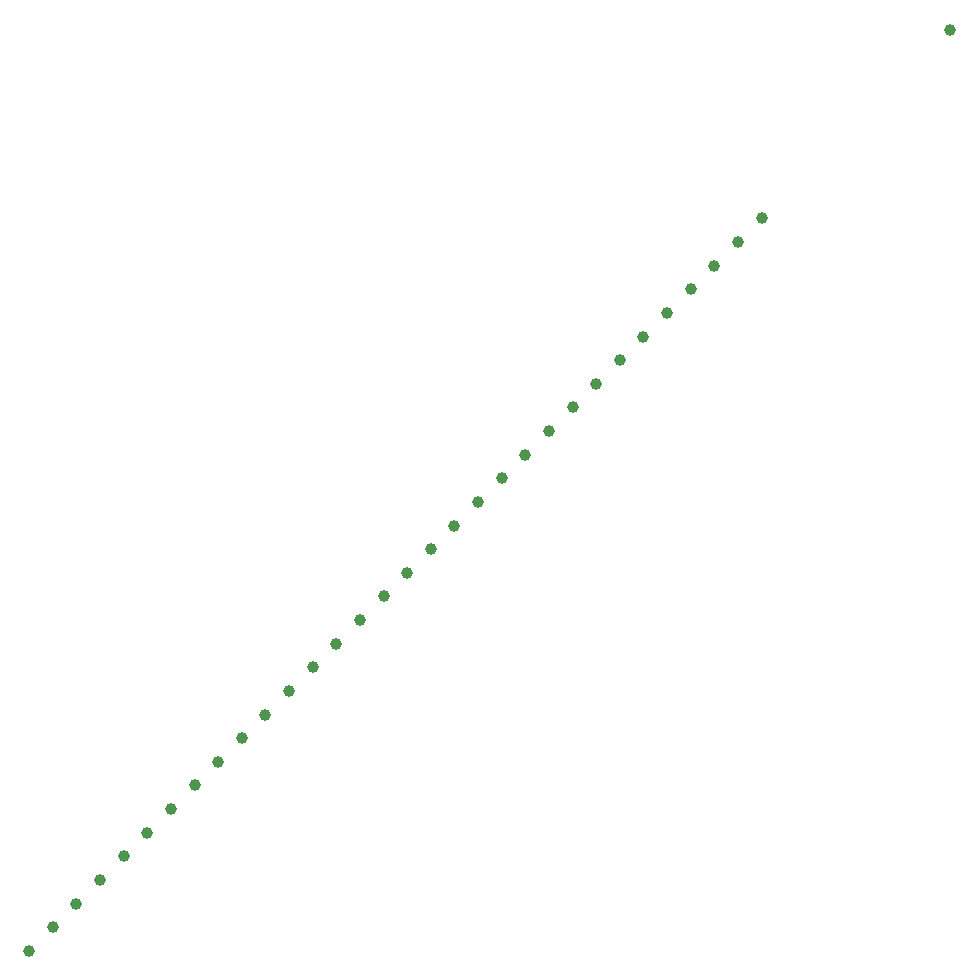
<source format=gbr>
G04 Examples for testing time performance of Gerber parsers*
%FSLAX26Y26*%
%MOMM*%
%ADD10C,1*%
%LPD*%
D10*
X0Y0D03*
X78000000Y78000000D03*
X2000000Y2000000D03*
X4000000Y4000000D03*
X6000000Y6000000D03*
X8000000Y8000000D03*
X10000000Y10000000D03*
X12000000Y12000000D03*
X14000000Y14000000D03*
X16000000Y16000000D03*
X18000000Y18000000D03*
X20000000Y20000000D03*
X22000000Y22000000D03*
X24000000Y24000000D03*
X26000000Y26000000D03*
X28000000Y28000000D03*
X30000000Y30000000D03*
X32000000Y32000000D03*
X34000000Y34000000D03*
X36000000Y36000000D03*
X38000000Y38000000D03*
X40000000Y40000000D03*
X42000000Y42000000D03*
X44000000Y44000000D03*
X46000000Y46000000D03*
X48000000Y48000000D03*
X50000000Y50000000D03*
X52000000Y52000000D03*
X54000000Y54000000D03*
X56000000Y56000000D03*
X58000000Y58000000D03*
X60000000Y60000000D03*
X62000000Y62000000D03*
M02*

</source>
